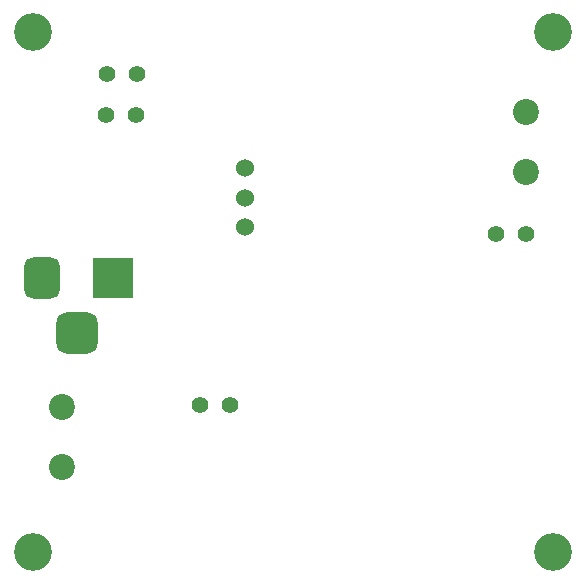
<source format=gbr>
%TF.GenerationSoftware,KiCad,Pcbnew,(6.0.2)*%
%TF.CreationDate,2022-08-01T15:44:27+08:00*%
%TF.ProjectId,TPS5430_Experiment,54505335-3433-4305-9f45-78706572696d,Sage Xiong*%
%TF.SameCoordinates,Original*%
%TF.FileFunction,Soldermask,Bot*%
%TF.FilePolarity,Negative*%
%FSLAX46Y46*%
G04 Gerber Fmt 4.6, Leading zero omitted, Abs format (unit mm)*
G04 Created by KiCad (PCBNEW (6.0.2)) date 2022-08-01 15:44:27*
%MOMM*%
%LPD*%
G01*
G04 APERTURE LIST*
G04 Aperture macros list*
%AMRoundRect*
0 Rectangle with rounded corners*
0 $1 Rounding radius*
0 $2 $3 $4 $5 $6 $7 $8 $9 X,Y pos of 4 corners*
0 Add a 4 corners polygon primitive as box body*
4,1,4,$2,$3,$4,$5,$6,$7,$8,$9,$2,$3,0*
0 Add four circle primitives for the rounded corners*
1,1,$1+$1,$2,$3*
1,1,$1+$1,$4,$5*
1,1,$1+$1,$6,$7*
1,1,$1+$1,$8,$9*
0 Add four rect primitives between the rounded corners*
20,1,$1+$1,$2,$3,$4,$5,0*
20,1,$1+$1,$4,$5,$6,$7,0*
20,1,$1+$1,$6,$7,$8,$9,0*
20,1,$1+$1,$8,$9,$2,$3,0*%
G04 Aperture macros list end*
%ADD10C,1.400000*%
%ADD11C,2.200000*%
%ADD12C,3.200000*%
%ADD13R,3.500000X3.500000*%
%ADD14RoundRect,0.750000X-0.750000X-1.000000X0.750000X-1.000000X0.750000X1.000000X-0.750000X1.000000X0*%
%ADD15RoundRect,0.875000X-0.875000X-0.875000X0.875000X-0.875000X0.875000X0.875000X-0.875000X0.875000X0*%
%ADD16C,1.524000*%
G04 APERTURE END LIST*
D10*
%TO.C,TP3*%
X160484000Y-97366000D03*
X163024007Y-97365998D03*
%TD*%
%TO.C,TP1*%
X130050000Y-87300000D03*
X127510007Y-87300003D03*
%TD*%
D11*
%TO.C,J2*%
X163050000Y-92090000D03*
X163050000Y-87010000D03*
%TD*%
D12*
%TO.C,REF\u002A\u002A*%
X165300000Y-80300000D03*
%TD*%
D11*
%TO.C,J1*%
X123800000Y-117090000D03*
X123800000Y-112010000D03*
%TD*%
D13*
%TO.C,J3*%
X128050000Y-101050000D03*
D14*
X122050000Y-101050000D03*
D15*
X125050000Y-105750000D03*
%TD*%
D12*
%TO.C,REF\u002A\u002A*%
X121300000Y-124300000D03*
%TD*%
%TO.C,REF\u002A\u002A*%
X165300000Y-124300000D03*
%TD*%
D10*
%TO.C,TP4*%
X127550000Y-83800000D03*
X130090012Y-83800010D03*
%TD*%
%TO.C,TP2*%
X137965000Y-111800000D03*
X135425002Y-111800005D03*
%TD*%
D16*
%TO.C,RV1*%
X139300010Y-91799999D03*
X139300010Y-94299994D03*
X139300010Y-96799989D03*
%TD*%
D12*
%TO.C,REF\u002A\u002A*%
X121300000Y-80300000D03*
%TD*%
M02*

</source>
